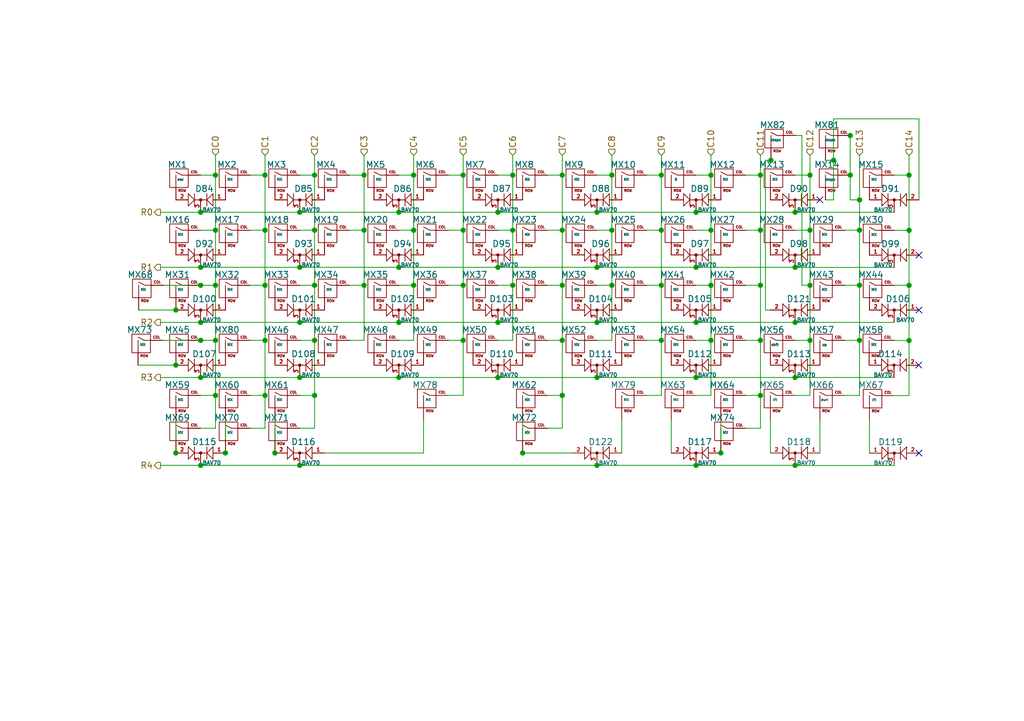
<source format=kicad_sch>
(kicad_sch (version 20230121) (generator eeschema)
  (paper "A5")
  (title_block (title "Switch Matrix") (date "2021-11-01") (rev "1.0") (company "0xCB") (comment 1 "Conor Burns"))
  (junction (at 94.996 58.547))
  (junction (at 163.068 43.561))
  (junction (at 64.516 35.941))
  (junction (at 54.356 35.941))
  (junction (at 135.636 58.547))
  (junction (at 135.636 35.941))
  (junction (at 163.068 77.47))
  (junction (at 102.108 43.561))
  (junction (at 166.116 69.85))
  (junction (at 61.468 66.167))
  (junction (at 176.276 69.85))
  (junction (at 41.148 95.504))
  (junction (at 158.115 32.893))
  (junction (at 155.956 35.941))
  (junction (at 74.676 47.244))
  (junction (at 186.436 47.2694))
  (junction (at 41.148 54.864))
  (junction (at 155.956 81.153))
  (junction (at 105.156 47.244))
  (junction (at 44.196 69.85))
  (junction (at 125.476 58.547))
  (junction (at 122.428 77.47))
  (junction (at 94.996 35.941))
  (junction (at 46.228 92.964))
  (junction (at 54.356 81.153))
  (junction (at 44.196 47.244))
  (junction (at 41.148 43.561))
  (junction (at 94.996 69.85))
  (junction (at 166.116 35.941))
  (junction (at 142.748 43.561))
  (junction (at 145.796 69.85))
  (junction (at 163.068 95.504))
  (junction (at 115.316 47.244))
  (junction (at 74.676 58.547))
  (junction (at 155.956 58.547))
  (junction (at 44.196 81.153))
  (junction (at 107.188 92.964))
  (junction (at 105.156 58.547))
  (junction (at 166.116 47.244))
  (junction (at 84.836 47.244))
  (junction (at 170.942 32.893))
  (junction (at 125.476 35.941))
  (junction (at 81.788 54.864))
  (junction (at 54.356 69.85))
  (junction (at 61.468 95.504))
  (junction (at 163.068 66.167))
  (junction (at 81.788 77.47))
  (junction (at 155.956 47.244))
  (junction (at 84.836 58.547))
  (junction (at 41.148 58.547))
  (junction (at 54.356 47.244))
  (junction (at 41.148 69.85))
  (junction (at 142.748 54.864))
  (junction (at 64.516 47.244))
  (junction (at 61.468 43.561))
  (junction (at 122.428 54.864))
  (junction (at 186.436 58.547))
  (junction (at 186.436 35.941))
  (junction (at 176.276 58.547))
  (junction (at 84.836 35.941))
  (junction (at 61.468 77.47))
  (junction (at 64.516 81.153))
  (junction (at 145.796 47.244))
  (junction (at 125.476 47.244))
  (junction (at 81.788 43.561))
  (junction (at 176.276 41.021))
  (junction (at 145.796 35.941))
  (junction (at 74.676 35.941))
  (junction (at 145.796 58.547))
  (junction (at 44.196 35.941))
  (junction (at 122.428 66.167))
  (junction (at 176.276 47.244))
  (junction (at 122.428 43.561))
  (junction (at 135.636 69.85))
  (junction (at 115.316 69.85))
  (junction (at 174.371 27.813))
  (junction (at 147.828 92.964))
  (junction (at 115.316 81.153))
  (junction (at 102.108 77.47))
  (junction (at 142.748 95.504))
  (junction (at 36.068 63.627))
  (junction (at 122.428 95.504))
  (junction (at 36.068 74.93))
  (junction (at 41.148 66.167))
  (junction (at 163.068 54.864))
  (junction (at 142.748 66.167))
  (junction (at 115.316 35.941))
  (junction (at 64.516 69.85))
  (junction (at 186.436 69.8794))
  (junction (at 102.108 66.167))
  (junction (at 174.371 35.941))
  (junction (at 81.788 66.167))
  (junction (at 166.116 58.547))
  (junction (at 36.068 92.964))
  (junction (at 115.316 58.547))
  (junction (at 64.516 58.547))
  (junction (at 54.356 58.547))
  (junction (at 155.956 69.85))
  (junction (at 105.156 35.941))
  (junction (at 102.108 54.864))
  (junction (at 56.388 92.964))
  (junction (at 94.996 47.244))
  (junction (at 142.748 77.47))
  (junction (at 44.196 58.547))
  (junction (at 135.636 47.244))
  (junction (at 61.468 54.864))
  (junction (at 41.148 77.47))
  (no_connect (at 188.468 92.9894))
  (no_connect (at 168.148 41.021))
  (no_connect (at 188.419 74.93))
  (no_connect (at 188.468 52.3494))
  (no_connect (at 188.468 63.627))
  (wire (pts (xy 170.942 24.384) (xy 188.468 24.384)))
  (wire (pts (xy 115.316 58.547) (xy 115.316 47.244)))
  (wire (pts (xy 176.276 58.547) (xy 173.228 58.547)))
  (wire (pts (xy 94.996 58.547) (xy 94.996 47.244)))
  (wire (pts (xy 132.588 47.244) (xy 135.636 47.244)))
  (wire (pts (xy 152.908 69.85) (xy 155.956 69.85)))
  (wire (pts (xy 105.156 31.877) (xy 105.156 35.941)))
  (wire (pts (xy 74.676 47.244) (xy 74.676 35.941)))
  (wire (pts (xy 64.516 58.547) (xy 64.516 47.244)))
  (wire (pts (xy 152.908 47.244) (xy 155.956 47.244)))
  (wire (pts (xy 81.788 47.244) (xy 84.836 47.244)))
  (wire (pts (xy 74.676 31.877) (xy 74.676 35.941)))
  (wire (pts (xy 81.788 69.85) (xy 84.836 69.85)))
  (wire (pts (xy 81.788 77.47) (xy 61.468 77.47)))
  (wire (pts (xy 94.996 31.877) (xy 94.996 35.941)))
  (wire (pts (xy 61.468 66.167) (xy 81.788 66.167)))
  (wire (pts (xy 41.148 69.85) (xy 44.196 69.85)))
  (wire (pts (xy 94.996 47.244) (xy 94.996 35.941)))
  (wire (pts (xy 122.428 77.47) (xy 102.108 77.47)))
  (wire (pts (xy 74.676 69.85) (xy 74.676 58.547)))
  (wire (pts (xy 137.668 92.964) (xy 137.668 86.233)))
  (wire (pts (xy 54.356 58.547) (xy 54.356 69.85)))
  (wire (pts (xy 105.156 47.244) (xy 105.156 35.941)))
  (wire (pts (xy 51.308 47.244) (xy 54.356 47.244)))
  (wire (pts (xy 105.156 35.941) (xy 102.108 35.941)))
  (wire (pts (xy 145.796 58.547) (xy 142.748 58.547)))
  (wire (pts (xy 44.196 81.153) (xy 41.148 81.153)))
  (wire (pts (xy 102.108 77.47) (xy 81.788 77.47)))
  (wire (pts (xy 64.516 35.941) (xy 61.468 35.941)))
  (wire (pts (xy 183.388 43.561) (xy 163.068 43.561)))
  (wire (pts (xy 176.276 81.153) (xy 173.228 81.153)))
  (wire (pts (xy 186.436 31.9024) (xy 186.436 35.941)))
  (wire (pts (xy 132.588 69.85) (xy 135.636 69.85)))
  (wire (pts (xy 174.371 41.021) (xy 176.276 41.021)))
  (wire (pts (xy 91.948 81.153) (xy 94.996 81.153)))
  (wire (pts (xy 41.148 87.884) (xy 44.196 87.884)))
  (wire (pts (xy 74.676 58.547) (xy 74.676 47.244)))
  (wire (pts (xy 64.516 69.85) (xy 64.516 58.547)))
  (wire (pts (xy 125.476 58.547) (xy 122.428 58.547)))
  (wire (pts (xy 86.868 86.233) (xy 86.868 92.964)))
  (wire (pts (xy 145.796 35.941) (xy 142.748 35.941)))
  (wire (pts (xy 51.308 69.85) (xy 54.356 69.85)))
  (wire (pts (xy 163.068 77.47) (xy 183.339 77.47)))
  (wire (pts (xy 183.388 47.2694) (xy 186.436 47.2694)))
  (wire (pts (xy 164.465 27.813) (xy 164.465 58.547)))
  (wire (pts (xy 51.308 87.884) (xy 54.356 87.884)))
  (wire (pts (xy 44.196 81.153) (xy 44.196 69.85)))
  (wire (pts (xy 145.796 31.877) (xy 145.796 35.941)))
  (wire (pts (xy 125.476 35.941) (xy 122.428 35.941)))
  (wire (pts (xy 169.291 41.021) (xy 170.942 41.021)))
  (wire (pts (xy 166.116 47.244) (xy 166.116 35.941)))
  (wire (pts (xy 127.508 86.233) (xy 127.508 92.964)))
  (wire (pts (xy 173.228 69.85) (xy 176.276 69.85)))
  (wire (pts (xy 81.788 43.561) (xy 102.108 43.561)))
  (wire (pts (xy 32.893 43.561) (xy 41.148 43.561)))
  (wire (pts (xy 41.148 43.561) (xy 61.468 43.561)))
  (wire (pts (xy 61.468 43.561) (xy 81.788 43.561)))
  (wire (pts (xy 102.108 43.561) (xy 122.428 43.561)))
  (wire (pts (xy 122.428 43.561) (xy 142.748 43.561)))
  (wire (pts (xy 142.748 43.561) (xy 163.068 43.561)))
  (wire (pts (xy 44.196 35.941) (xy 41.148 35.941)))
  (wire (pts (xy 44.196 47.244) (xy 44.196 35.941)))
  (wire (pts (xy 41.148 47.244) (xy 44.196 47.244)))
  (wire (pts (xy 54.356 31.877) (xy 54.356 35.941)))
  (wire (pts (xy 64.516 58.547) (xy 61.468 58.547)))
  (wire (pts (xy 28.448 63.627) (xy 36.068 63.627)))
  (wire (pts (xy 33.401 69.85) (xy 41.148 69.85)))
  (wire (pts (xy 155.956 69.85) (xy 155.956 58.547)))
  (wire (pts (xy 64.516 87.884) (xy 64.516 81.153)))
  (wire (pts (xy 71.628 47.244) (xy 74.676 47.244)))
  (wire (pts (xy 158.115 32.893) (xy 156.972 32.893)))
  (wire (pts (xy 145.796 58.547) (xy 145.796 47.244)))
  (wire (pts (xy 155.956 58.547) (xy 155.956 47.244)))
  (wire (pts (xy 135.636 81.153) (xy 135.636 69.85)))
  (wire (pts (xy 186.436 35.941) (xy 183.388 35.941)))
  (wire (pts (xy 105.156 58.547) (xy 102.108 58.547)))
  (wire (pts (xy 54.356 35.941) (xy 51.308 35.941)))
  (wire (pts (xy 54.356 47.244) (xy 54.356 35.941)))
  (wire (pts (xy 174.371 27.813) (xy 174.371 35.941)))
  (wire (pts (xy 28.321 74.93) (xy 36.068 74.93)))
  (wire (pts (xy 188.468 24.384) (xy 188.468 41.021)))
  (wire (pts (xy 86.868 92.964) (xy 66.548 92.964)))
  (wire (pts (xy 166.116 47.244) (xy 166.116 58.547)))
  (wire (pts (xy 176.276 69.85) (xy 176.276 58.547)))
  (wire (pts (xy 115.316 81.153) (xy 115.316 69.85)))
  (wire (pts (xy 176.276 81.153) (xy 176.276 69.85)))
  (wire (pts (xy 145.796 81.153) (xy 142.748 81.153)))
  (wire (pts (xy 145.796 69.85) (xy 145.796 81.153)))
  (wire (pts (xy 186.436 81.1784) (xy 183.388 81.1784)))
  (wire (pts (xy 135.636 35.941) (xy 132.588 35.941)))
  (wire (pts (xy 155.956 81.153) (xy 155.956 69.85)))
  (wire (pts (xy 125.476 58.547) (xy 125.476 47.244)))
  (wire (pts (xy 142.748 77.47) (xy 122.428 77.47)))
  (wire (pts (xy 135.636 31.877) (xy 135.636 35.941)))
  (wire (pts (xy 155.956 35.941) (xy 152.908 35.941)))
  (wire (pts (xy 84.836 35.941) (xy 81.788 35.941)))
  (wire (pts (xy 156.972 32.893) (xy 156.972 63.627)))
  (wire (pts (xy 163.068 69.85) (xy 166.116 69.85)))
  (wire (pts (xy 183.339 69.8794) (xy 183.339 69.85)))
  (wire (pts (xy 186.436 69.8794) (xy 183.339 69.8794)))
  (wire (pts (xy 145.796 69.85) (xy 145.796 58.547)))
  (wire (pts (xy 156.972 63.627) (xy 157.988 63.627)))
  (wire (pts (xy 115.316 69.85) (xy 115.316 58.547)))
  (wire (pts (xy 147.828 92.964) (xy 147.828 86.233)))
  (wire (pts (xy 155.956 87.884) (xy 155.956 81.153)))
  (wire (pts (xy 44.196 58.547) (xy 44.196 69.85)))
  (wire (pts (xy 105.156 69.85) (xy 105.156 58.547)))
  (wire (pts (xy 84.836 31.877) (xy 84.836 35.941)))
  (wire (pts (xy 163.068 54.8894) (xy 163.068 54.864)))
  (wire (pts (xy 183.388 54.8894) (xy 163.068 54.8894)))
  (wire (pts (xy 155.956 31.877) (xy 155.956 35.941)))
  (wire (pts (xy 61.468 69.85) (xy 64.516 69.85)))
  (wire (pts (xy 115.316 81.153) (xy 112.268 81.153)))
  (wire (pts (xy 36.068 86.233) (xy 36.068 92.964)))
  (wire (pts (xy 176.276 41.021) (xy 176.276 47.244)))
  (wire (pts (xy 158.242 32.893) (xy 158.115 32.893)))
  (wire (pts (xy 176.276 58.547) (xy 176.276 47.244)))
  (wire (pts (xy 142.748 66.167) (xy 163.068 66.167)))
  (wire (pts (xy 112.268 47.244) (xy 115.316 47.244)))
  (wire (pts (xy 84.836 58.547) (xy 84.836 47.244)))
  (wire (pts (xy 173.228 47.244) (xy 176.276 47.244)))
  (wire (pts (xy 166.116 35.941) (xy 163.068 35.941)))
  (wire (pts (xy 170.942 32.893) (xy 169.291 32.893)))
  (wire (pts (xy 122.428 95.504) (xy 142.748 95.504)))
  (wire (pts (xy 115.316 58.547) (xy 112.268 58.547)))
  (wire (pts (xy 125.476 69.85) (xy 125.476 58.547)))
  (wire (pts (xy 54.356 81.153) (xy 51.308 81.153)))
  (wire (pts (xy 170.942 41.021) (xy 170.942 32.893)))
  (wire (pts (xy 155.956 81.153) (xy 152.908 81.153)))
  (wire (pts (xy 155.956 47.244) (xy 155.956 35.941)))
  (wire (pts (xy 54.356 58.547) (xy 51.308 58.547)))
  (wire (pts (xy 41.148 58.547) (xy 44.196 58.547)))
  (wire (pts (xy 115.316 35.941) (xy 112.268 35.941)))
  (wire (pts (xy 32.893 66.167) (xy 41.148 66.167)))
  (wire (pts (xy 115.316 31.877) (xy 115.316 35.941)))
  (wire (pts (xy 61.468 95.504) (xy 122.428 95.504)))
  (wire (pts (xy 41.148 95.504) (xy 61.468 95.504)))
  (wire (pts (xy 142.748 95.504) (xy 163.068 95.504)))
  (wire (pts (xy 112.268 87.884) (xy 115.316 87.884)))
  (wire (pts (xy 56.388 92.964) (xy 56.388 86.233)))
  (wire (pts (xy 94.996 58.547) (xy 94.996 69.85)))
  (wire (pts (xy 84.836 69.85) (xy 84.836 58.547)))
  (wire (pts (xy 64.516 47.244) (xy 64.516 35.941)))
  (wire (pts (xy 102.108 69.85) (xy 105.156 69.85)))
  (wire (pts (xy 64.516 81.153) (xy 64.516 69.85)))
  (wire (pts (xy 115.316 87.884) (xy 115.316 81.153)))
  (wire (pts (xy 74.676 58.547) (xy 71.628 58.547)))
  (wire (pts (xy 152.908 87.884) (xy 155.956 87.884)))
  (wire (pts (xy 54.356 58.547) (xy 54.356 47.244)))
  (wire (pts (xy 168.148 92.964) (xy 168.148 86.233)))
  (wire (pts (xy 122.428 47.244) (xy 125.476 47.244)))
  (wire (pts (xy 186.436 58.547) (xy 183.388 58.547)))
  (wire (pts (xy 135.636 58.547) (xy 132.588 58.547)))
  (wire (pts (xy 61.468 47.244) (xy 64.516 47.244)))
  (wire (pts (xy 74.676 35.941) (xy 71.628 35.941)))
  (wire (pts (xy 81.788 66.167) (xy 102.108 66.167)))
  (wire (pts (xy 32.893 95.504) (xy 41.148 95.504)))
  (wire (pts (xy 54.356 87.884) (xy 54.356 81.153)))
  (wire (pts (xy 163.068 66.167) (xy 183.388 66.167)))
  (wire (pts (xy 176.276 31.877) (xy 176.276 41.021)))
  (wire (pts (xy 183.388 95.5294) (xy 163.068 95.5294)))
  (wire (pts (xy 163.068 95.5294) (xy 163.068 95.504)))
  (wire (pts (xy 41.148 66.167) (xy 61.468 66.167)))
  (wire (pts (xy 61.468 54.864) (xy 41.148 54.864)))
  (wire (pts (xy 81.788 54.864) (xy 61.468 54.864)))
  (wire (pts (xy 102.108 54.864) (xy 81.788 54.864)))
  (wire (pts (xy 41.148 54.864) (xy 32.893 54.864)))
  (wire (pts (xy 142.748 54.864) (xy 122.428 54.864)))
  (wire (pts (xy 122.428 54.864) (xy 102.108 54.864)))
  (wire (pts (xy 163.068 54.864) (xy 142.748 54.864)))
  (wire (pts (xy 166.116 31.877) (xy 166.116 35.941)))
  (wire (pts (xy 64.516 31.877) (xy 64.516 35.941)))
  (wire (pts (xy 132.588 81.153) (xy 135.636 81.153)))
  (wire (pts (xy 164.465 27.813) (xy 163.195 27.813)))
  (wire (pts (xy 170.942 32.893) (xy 170.942 24.384)))
  (wire (pts (xy 41.148 77.47) (xy 32.893 77.47)))
  (wire (pts (xy 112.268 69.85) (xy 115.316 69.85)))
  (wire (pts (xy 54.356 69.85) (xy 54.356 81.153)))
  (wire (pts (xy 157.988 92.964) (xy 157.988 86.233)))
  (wire (pts (xy 125.476 47.244) (xy 125.476 35.941)))
  (wire (pts (xy 102.108 66.167) (xy 122.428 66.167)))
  (wire (pts (xy 122.428 66.167) (xy 142.748 66.167)))
  (wire (pts (xy 91.948 69.85) (xy 94.996 69.85)))
  (wire (pts (xy 125.476 31.877) (xy 125.476 35.941)))
  (wire (pts (xy 84.836 47.244) (xy 84.836 35.941)))
  (wire (pts (xy 33.528 58.547) (xy 41.148 58.547)))
  (wire (pts (xy 64.516 81.153) (xy 61.468 81.153)))
  (wire (pts (xy 178.308 86.2584) (xy 178.308 92.9894)))
  (wire (pts (xy 174.371 35.941) (xy 174.371 41.021)))
  (wire (pts (xy 44.196 87.884) (xy 44.196 81.153)))
  (wire (pts (xy 142.748 69.85) (xy 145.796 69.85)))
  (wire (pts (xy 135.636 47.244) (xy 135.636 35.941)))
  (wire (pts (xy 135.636 58.547) (xy 135.636 47.244)))
  (wire (pts (xy 46.228 92.964) (xy 46.228 86.233)))
  (wire (pts (xy 122.428 69.85) (xy 125.476 69.85)))
  (wire (pts (xy 135.636 69.85) (xy 135.636 58.547)))
  (wire (pts (xy 94.996 69.85) (xy 94.996 81.153)))
  (wire (pts (xy 44.196 31.877) (xy 44.196 35.941)))
  (wire (pts (xy 107.188 92.964) (xy 117.348 92.964)))
  (wire (pts (xy 71.628 69.85) (xy 74.676 69.85)))
  (wire (pts (xy 164.465 58.547) (xy 166.116 58.547)))
  (wire (pts (xy 102.108 47.244) (xy 105.156 47.244)))
  (wire (pts (xy 44.196 58.547) (xy 44.196 47.244)))
  (wire (pts (xy 105.156 58.547) (xy 105.156 47.244)))
  (wire (pts (xy 166.116 69.85) (xy 166.116 81.153)))
  (wire (pts (xy 166.116 81.153) (xy 163.068 81.153)))
  (wire (pts (xy 186.436 69.8794) (xy 186.436 81.1784)))
  (wire (pts (xy 186.436 58.547) (xy 186.436 69.8794)))
  (wire (pts (xy 186.436 47.2694) (xy 186.436 58.547)))
  (wire (pts (xy 166.116 58.547) (xy 166.116 69.85)))
  (wire (pts (xy 91.948 47.244) (xy 94.996 47.244)))
  (wire (pts (xy 94.996 58.547) (xy 91.948 58.547)))
  (wire (pts (xy 84.836 58.547) (xy 81.788 58.547)))
  (wire (pts (xy 155.956 58.547) (xy 152.908 58.547)))
  (wire (pts (xy 174.371 27.813) (xy 173.228 27.813)))
  (wire (pts (xy 61.468 87.884) (xy 64.516 87.884)))
  (wire (pts (xy 163.068 77.47) (xy 142.748 77.47)))
  (wire (pts (xy 115.316 47.244) (xy 115.316 35.941)))
  (wire (pts (xy 61.468 77.47) (xy 41.148 77.47)))
  (wire (pts (xy 163.068 47.244) (xy 166.116 47.244)))
  (wire (pts (xy 142.748 47.244) (xy 145.796 47.244)))
  (wire (pts (xy 186.436 35.941) (xy 186.436 47.2694)))
  (wire (pts (xy 107.188 86.233) (xy 107.188 92.964)))
  (wire (pts (xy 94.996 35.941) (xy 91.948 35.941)))
  (wire (pts (xy 145.796 47.244) (xy 145.796 35.941)))
  (hierarchical_label "C11" (shape input) (at 155.956 31.877 90))
  (hierarchical_label "C5" (shape input) (at 94.996 31.877 90))
  (hierarchical_label "R4" (shape output) (at 32.893 95.504 180))
  (hierarchical_label "C13" (shape input) (at 176.276 31.877 90))
  (hierarchical_label "C8" (shape input) (at 125.476 31.877 90))
  (hierarchical_label "C10" (shape input) (at 145.796 31.877 90))
  (hierarchical_label "R1" (shape output) (at 32.893 54.864 180))
  (hierarchical_label "C0" (shape input) (at 44.196 31.877 90))
  (hierarchical_label "C12" (shape input) (at 166.116 31.877 90))
  (hierarchical_label "R0" (shape output) (at 32.893 43.561 180))
  (hierarchical_label "R2" (shape output) (at 32.893 66.167 180))
  (hierarchical_label "C1" (shape input) (at 54.356 31.877 90))
  (hierarchical_label "C14" (shape input) (at 186.436 31.9024 90))
  (hierarchical_label "C7" (shape input) (at 115.316 31.877 90))
  (hierarchical_label "R3" (shape output) (at 32.893 77.47 180))
  (hierarchical_label "C4" (shape input) (at 84.836 31.877 90))
  (hierarchical_label "C3" (shape input) (at 74.676 31.877 90))
  (hierarchical_label "C6" (shape input) (at 105.156 31.877 90))
  (hierarchical_label "C2" (shape input) (at 64.516 31.877 90))
  (hierarchical_label "C9" (shape input) (at 135.636 31.877 90))
  (symbol (lib_id "0xcb:BAV70") (at 163.068 41.021 0) (mirror y) (unit 1)
    (property "Reference" "D90" (at 163.83 38.735 0))
    (property "Value" "BAV70" (at 165.354 43.053 0) (effects (font (size 0.8 0.8))))
    (property "Footprint" "Package_TO_SOT_SMD:SOT-23" (effects hide))
    (property "Datasheet" "https://assets.nexperia.com/documents/data-sheet/BAV70_SER.pdf" (effects hide))
    (property "LCSC" "C2501" (effects hide))
    (property "JLCPCB_CORRECTION" "0; 0; 180" (effects hide))
  )
  (symbol (lib_id "0xcb:BAV70") (at 81.788 74.93 0) (mirror y) (unit 1)
    (property "Reference" "D109" (at 82.55 72.644 0))
    (property "Value" "BAV70" (at 84.074 76.962 0) (effects (font (size 0.8 0.8))))
    (property "Footprint" "Package_TO_SOT_SMD:SOT-23" (effects hide))
    (property "Datasheet" "https://assets.nexperia.com/documents/data-sheet/BAV70_SER.pdf" (effects hide))
    (property "LCSC" "C2501" (effects hide))
    (property "JLCPCB_CORRECTION" "0; 0; 180" (effects hide))
  )
  (symbol (lib_id "0xcb:MX") (at 37.338 47.244 0) (unit 1)
    (property "Reference" "MX16" (at 36.3855 45.085 0))
    (property "Value" "MX" (at 37.0205 48.133 0) (effects (font (size 0.508 0.508))))
    (property "Footprint" "0xcb:SW_Cherry_MX_PCB_1.50u" (effects hide))
    (property "LCSC" "C5156480" (effects hide))
  )
  (symbol (lib_id "0xcb:MX") (at 37.338 69.85 0) (unit 1)
    (property "Reference" "MX45" (at 36.3855 67.691 0))
    (property "Value" "MX" (at 37.0205 70.739 0) (effects (font (size 0.508 0.508))))
    (property "Footprint" "0xcb:SW_Cherry_MX_PCB_2.25u" (effects hide))
    (property "LCSC" "C5156480" (effects hide))
  )
  (symbol (lib_id "0xcb:BAV70") (at 41.148 74.93 0) (mirror y) (unit 1)
    (property "Reference" "D107" (at 41.91 72.644 0))
    (property "Value" "BAV70" (at 43.434 76.962 0) (effects (font (size 0.8 0.8))))
    (property "Footprint" "Package_TO_SOT_SMD:SOT-23" (effects hide))
    (property "Datasheet" "https://assets.nexperia.com/documents/data-sheet/BAV70_SER.pdf" (effects hide))
    (property "LCSC" "C2501" (effects hide))
    (property "JLCPCB_CORRECTION" "0; 0; 180" (effects hide))
  )
  (symbol (lib_id "0xcb:BAV70") (at 102.108 63.627 0) (mirror y) (unit 1)
    (property "Reference" "D103" (at 102.87 61.341 0))
    (property "Value" "BAV70" (at 104.394 65.659 0) (effects (font (size 0.8 0.8))))
    (property "Footprint" "Package_TO_SOT_SMD:SOT-23" (effects hide))
    (property "Datasheet" "https://assets.nexperia.com/documents/data-sheet/BAV70_SER.pdf" (effects hide))
    (property "LCSC" "C2501" (effects hide))
    (property "JLCPCB_CORRECTION" "0; 0; 180" (effects hide))
  )
  (symbol (lib_id "0xcb:MX") (at 179.578 47.2694 0) (unit 1)
    (property "Reference" "MX30" (at 178.6255 45.1104 0))
    (property "Value" "MX" (at 179.2605 48.1584 0) (effects (font (size 0.508 0.508))))
    (property "Footprint" "0xcb:SW_Cherry_MX_PCB_1.00u" (effects hide))
    (property "LCSC" "C5156480" (effects hide))
  )
  (symbol (lib_id "0xcb:BAV70") (at 163.068 74.93 0) (mirror y) (unit 1)
    (property "Reference" "D113" (at 163.83 72.644 0))
    (property "Value" "BAV70" (at 165.354 76.962 0) (effects (font (size 0.8 0.8))))
    (property "Footprint" "Package_TO_SOT_SMD:SOT-23" (effects hide))
    (property "Datasheet" "https://assets.nexperia.com/documents/data-sheet/BAV70_SER.pdf" (effects hide))
    (property "LCSC" "C2501" (effects hide))
    (property "JLCPCB_CORRECTION" "0; 0; 180" (effects hide))
  )
  (symbol (lib_id "0xcb:MX") (at 57.658 69.85 0) (unit 1)
    (property "Reference" "MX46" (at 56.7055 67.691 0))
    (property "Value" "MX" (at 57.3405 70.739 0) (effects (font (size 0.508 0.508))))
    (property "Footprint" "0xcb:SW_Cherry_MX_PCB_1.00u" (effects hide))
    (property "LCSC" "C5156480" (effects hide))
  )
  (symbol (lib_id "0xcb:MX") (at 138.938 58.547 0) (unit 1)
    (property "Reference" "MX41" (at 137.9855 56.388 0))
    (property "Value" "MX" (at 138.6205 59.436 0) (effects (font (size 0.508 0.508))))
    (property "Footprint" "0xcb:SW_Cherry_MX_PCB_1.00u" (effects hide))
    (property "LCSC" "C5156480" (effects hide))
  )
  (symbol (lib_id "0xcb:BAV70") (at 183.339 74.93 0) (unit 1)
    (property "Reference" "D114" (at 182.577 72.644 0))
    (property "Value" "BAV70" (at 181.053 76.962 0) (effects (font (size 0.8 0.8))))
    (property "Footprint" "Package_TO_SOT_SMD:SOT-23" (effects hide))
    (property "Datasheet" "https://assets.nexperia.com/documents/data-sheet/BAV70_SER.pdf" (effects hide))
    (property "LCSC" "C2501" (effects hide))
    (property "JLCPCB_CORRECTION" "0; 0; 180" (effects hide))
  )
  (symbol (lib_id "0xcb:MX") (at 169.418 69.85 0) (unit 1)
    (property "Reference" "MX57" (at 168.4655 67.691 0))
    (property "Value" "up" (at 169.1005 70.739 0) (effects (font (size 0.508 0.508))))
    (property "Footprint" "0xcb:SW_Cherry_MX_PCB_1.00u" (effects hide))
    (property "LCSC" "C5156480" (effects hide))
  )
  (symbol (lib_id "0xcb:MX") (at 37.338 87.884 0) (unit 1)
    (property "Reference" "MX69" (at 36.3855 85.725 0))
    (property "Value" "MX" (at 37.0205 88.773 0) (effects (font (size 0.508 0.508))))
    (property "Footprint" "0xcb:SW_Cherry_MX_PCB_1.50u" (effects hide))
    (property "LCSC" "C5156480" (effects hide))
  )
  (symbol (lib_id "0xcb:MX") (at 88.138 81.153 0) (unit 1)
    (property "Reference" "MX78" (at 87.1855 78.994 0))
    (property "Value" "MX" (at 87.8205 82.042 0) (effects (font (size 0.508 0.508))))
    (property "Footprint" "0xcb:SW_Cherry_MX_PCB_3.00u" (effects hide))
    (property "LCSC" "C5156480" (effects hide))
  )
  (symbol (lib_id "0xcb:MX") (at 57.658 81.153 0) (unit 1)
    (property "Reference" "MX61" (at 56.7055 78.994 0))
    (property "Value" "MX" (at 57.3405 82.042 0) (effects (font (size 0.508 0.508))))
    (property "Footprint" "0xcb:SW_Cherry_MX_PCB_1.25u" (effects hide))
    (property "LCSC" "C5156480" (effects hide))
  )
  (symbol (lib_id "0xcb:MX") (at 47.498 81.153 0) (unit 1)
    (property "Reference" "MX60" (at 46.5455 78.994 0))
    (property "Value" "MX" (at 47.1805 82.042 0) (effects (font (size 0.508 0.508))))
    (property "Footprint" "0xcb:SW_Cherry_MX_PCB_1.25u" (effects hide))
    (property "LCSC" "C5156480" (effects hide))
  )
  (symbol (lib_id "0xcb:BAV70") (at 122.428 92.964 0) (mirror y) (unit 1)
    (property "Reference" "D122" (at 123.19 90.678 0))
    (property "Value" "BAV70" (at 124.714 94.996 0) (effects (font (size 0.8 0.8))))
    (property "Footprint" "Package_TO_SOT_SMD:SOT-23" (effects hide))
    (property "Datasheet" "https://assets.nexperia.com/documents/data-sheet/BAV70_SER.pdf" (effects hide))
    (property "LCSC" "C2501" (effects hide))
    (property "JLCPCB_CORRECTION" "0; 0; 180" (effects hide))
  )
  (symbol (lib_id "0xcb:MX") (at 128.778 58.547 0) (unit 1)
    (property "Reference" "MX40" (at 127.8255 56.388 0))
    (property "Value" "MX" (at 128.4605 59.436 0) (effects (font (size 0.508 0.508))))
    (property "Footprint" "0xcb:SW_Cherry_MX_PCB_1.00u" (effects hide))
    (property "LCSC" "C5156480" (effects hide))
  )
  (symbol (lib_id "0xcb:BAV70") (at 163.068 63.627 0) (mirror y) (unit 1)
    (property "Reference" "D121" (at 163.83 61.341 0))
    (property "Value" "BAV70" (at 165.354 65.659 0) (effects (font (size 0.8 0.8))))
    (property "Footprint" "Package_TO_SOT_SMD:SOT-23" (effects hide))
    (property "Datasheet" "https://assets.nexperia.com/documents/data-sheet/BAV70_SER.pdf" (effects hide))
    (property "LCSC" "C2501" (effects hide))
    (property "JLCPCB_CORRECTION" "0; 0; 180" (effects hide))
  )
  (symbol (lib_id "0xcb:MX") (at 67.818 69.85 0) (unit 1)
    (property "Reference" "MX47" (at 66.8655 67.691 0))
    (property "Value" "MX" (at 67.5005 70.739 0) (effects (font (size 0.508 0.508))))
    (property "Footprint" "0xcb:SW_Cherry_MX_PCB_1.00u" (effects hide))
    (property "LCSC" "C5156480" (effects hide))
  )
  (symbol (lib_id "0xcb:MX") (at 108.458 35.941 0) (unit 1)
    (property "Reference" "MX8" (at 107.5055 33.782 0))
    (property "Value" "MX" (at 108.1405 36.83 0) (effects (font (size 0.508 0.508))))
    (property "Footprint" "0xcb:SW_Cherry_MX_PCB_1.00u" (effects hide))
    (property "LCSC" "C5156480" (effects hide))
  )
  (symbol (lib_id "0xcb:MX") (at 179.578 81.1784 0) (unit 1)
    (property "Reference" "MX67" (at 178.6255 79.0194 0))
    (property "Value" "lft" (at 179.2605 82.0674 0) (effects (font (size 0.508 0.508))))
    (property "Footprint" "0xcb:SW_Cherry_MX_PCB_1.00u" (effects hide))
    (property "LCSC" "C5156480" (effects hide))
  )
  (symbol (lib_id "0xcb:BAV70") (at 61.468 92.964 0) (mirror y) (unit 1)
    (property "Reference" "D116" (at 62.23 90.678 0))
    (property "Value" "BAV70" (at 63.754 94.996 0) (effects (font (size 0.8 0.8))))
    (property "Footprint" "Package_TO_SOT_SMD:SOT-23" (effects hide))
    (property "Datasheet" "https://assets.nexperia.com/documents/data-sheet/BAV70_SER.pdf" (effects hide))
    (property "LCSC" "C2501" (effects hide))
    (property "JLCPCB_CORRECTION" "0; 0; 180" (effects hide))
  )
  (symbol (lib_id "0xcb:MX") (at 57.658 35.941 0) (unit 1)
    (property "Reference" "MX3" (at 56.7055 33.782 0))
    (property "Value" "MX" (at 57.3405 36.83 0) (effects (font (size 0.508 0.508))))
    (property "Footprint" "0xcb:SW_Cherry_MX_PCB_1.00u" (effects hide))
    (property "LCSC" "C5156480" (effects hide))
  )
  (symbol (lib_id "0xcb:BAV70") (at 41.148 52.324 0) (mirror y) (unit 1)
    (property "Reference" "D92" (at 41.91 50.038 0))
    (property "Value" "BAV70" (at 43.434 54.356 0) (effects (font (size 0.8 0.8))))
    (property "Footprint" "Package_TO_SOT_SMD:SOT-23" (effects hide))
    (property "Datasheet" "https://assets.nexperia.com/documents/data-sheet/BAV70_SER.pdf" (effects hide))
    (property "LCSC" "C2501" (effects hide))
    (property "JLCPCB_CORRECTION" "0; 0; 180" (effects hide))
  )
  (symbol (lib_id "0xcb:MX") (at 67.818 58.547 0) (unit 1)
    (property "Reference" "MX34" (at 66.8655 56.388 0))
    (property "Value" "MX" (at 67.5005 59.436 0) (effects (font (size 0.508 0.508))))
    (property "Footprint" "0xcb:SW_Cherry_MX_PCB_1.00u" (effects hide))
    (property "LCSC" "C5156480" (effects hide))
  )
  (symbol (lib_id "0xcb:MX") (at 98.298 35.941 0) (unit 1)
    (property "Reference" "MX7" (at 97.3455 33.782 0))
    (property "Value" "MX" (at 97.9805 36.83 0) (effects (font (size 0.508 0.508))))
    (property "Footprint" "0xcb:SW_Cherry_MX_PCB_1.00u" (effects hide))
    (property "LCSC" "C5156480" (effects hide))
  )
  (symbol (lib_id "0xcb:BAV70") (at 163.068 92.964 0) (mirror y) (unit 1)
    (property "Reference" "D118" (at 163.83 90.678 0))
    (property "Value" "BAV70" (at 165.354 94.996 0) (effects (font (size 0.8 0.8))))
    (property "Footprint" "Package_TO_SOT_SMD:SOT-23" (effects hide))
    (property "Datasheet" "https://assets.nexperia.com/documents/data-sheet/BAV70_SER.pdf" (effects hide))
    (property "LCSC" "C2501" (effects hide))
    (property "JLCPCB_CORRECTION" "0; 0; 180" (effects hide))
  )
  (symbol (lib_id "0xcb:MX") (at 128.778 69.85 0) (unit 1)
    (property "Reference" "MX53" (at 127.8255 67.691 0))
    (property "Value" "MX" (at 128.4605 70.739 0) (effects (font (size 0.508 0.508))))
    (property "Footprint" "0xcb:SW_Cherry_MX_PCB_1.00u" (effects hide))
    (property "LCSC" "C5156480" (effects hide))
  )
  (symbol (lib_id "0xcb:MX") (at 108.458 87.884 0) (unit 1)
    (property "Reference" "MX72" (at 107.5055 85.725 0))
    (property "Value" "MX" (at 108.1405 88.773 0) (effects (font (size 0.508 0.508))))
    (property "Footprint" "0xcb:SW_Cherry_MX_PCB_7.00u" (effects hide))
    (property "LCSC" "C5156480" (effects hide))
  )
  (symbol (lib_id "0xcb:MX") (at 77.978 47.244 0) (unit 1)
    (property "Reference" "MX20" (at 77.0255 45.085 0))
    (property "Value" "MX" (at 77.6605 48.133 0) (effects (font (size 0.508 0.508))))
    (property "Footprint" "0xcb:SW_Cherry_MX_PCB_1.00u" (effects hide))
    (property "LCSC" "C5156480" (effects hide))
  )
  (symbol (lib_id "0xcb:BAV70") (at 142.748 63.627 0) (mirror y) (unit 1)
    (property "Reference" "D105" (at 143.51 61.341 0))
    (property "Value" "BAV70" (at 145.034 65.659 0) (effects (font (size 0.8 0.8))))
    (property "Footprint" "Package_TO_SOT_SMD:SOT-23" (effects hide))
    (property "Datasheet" "https://assets.nexperia.com/documents/data-sheet/BAV70_SER.pdf" (effects hide))
    (property "LCSC" "C2501" (effects hide))
    (property "JLCPCB_CORRECTION" "0; 0; 180" (effects hide))
  )
  (symbol (lib_id "0xcb:MX") (at 37.338 35.941 0) (unit 1)
    (property "Reference" "MX1" (at 36.3855 33.782 0))
    (property "Value" "esc" (at 37.0205 36.83 0) (effects (font (size 0.508 0.508))))
    (property "Footprint" "0xcb:SW_Cherry_MX_PCB_1.00u" (effects hide))
    (property "LCSC" "C5156480" (effects hide))
  )
  (symbol (lib_id "0xcb:MX") (at 159.258 35.941 0) (unit 1)
    (property "Reference" "MX13" (at 158.3055 33.782 0))
    (property "Value" "MX" (at 158.9405 36.83 0) (effects (font (size 0.508 0.508))))
    (property "Footprint" "0xcb:SW_Cherry_MX_PCB_1.00u" (effects hide))
    (property "LCSC" "C5156480" (effects hide))
  )
  (symbol (lib_id "0xcb:BAV70") (at 122.428 74.93 0) (mirror y) (unit 1)
    (property "Reference" "D111" (at 123.19 72.644 0))
    (property "Value" "BAV70" (at 124.714 76.962 0) (effects (font (size 0.8 0.8))))
    (property "Footprint" "Package_TO_SOT_SMD:SOT-23" (effects hide))
    (property "Datasheet" "https://assets.nexperia.com/documents/data-sheet/BAV70_SER.pdf" (effects hide))
    (property "LCSC" "C2501" (effects hide))
    (property "JLCPCB_CORRECTION" "0; 0; 180" (effects hide))
  )
  (symbol (lib_id "0xcb:MX") (at 118.618 47.244 0) (unit 1)
    (property "Reference" "MX24" (at 117.6655 45.085 0))
    (property "Value" "MX" (at 118.3005 48.133 0) (effects (font (size 0.508 0.508))))
    (property "Footprint" "0xcb:SW_Cherry_MX_PCB_1.00u" (effects hide))
    (property "LCSC" "C5156480" (effects hide))
  )
  (symbol (lib_id "0xcb:MX") (at 149.098 58.547 0) (unit 1)
    (property "Reference" "MX42" (at 148.1455 56.388 0))
    (property "Value" "MX" (at 148.7805 59.436 0) (effects (font (size 0.508 0.508))))
    (property "Footprint" "0xcb:SW_Cherry_MX_PCB_1.00u" (effects hide))
    (property "LCSC" "C5156480" (effects hide))
  )
  (symbol (lib_id "0xcb:MX") (at 108.458 69.85 0) (unit 1)
    (property "Reference" "MX51" (at 107.5055 67.691 0))
    (property "Value" "MX" (at 108.1405 70.739 0) (effects (font (size 0.508 0.508))))
    (property "Footprint" "0xcb:SW_Cherry_MX_PCB_1.00u" (effects hide))
    (property "LCSC" "C5156480" (effects hide))
  )
  (symbol (lib_id "0xcb:MX") (at 118.618 35.941 0) (unit 1)
    (property "Reference" "MX9" (at 117.6655 33.782 0))
    (property "Value" "MX" (at 118.3005 36.83 0) (effects (font (size 0.508 0.508))))
    (property "Footprint" "0xcb:SW_Cherry_MX_PCB_1.00u" (effects hide))
    (property "LCSC" "C5156480" (effects hide))
  )
  (symbol (lib_id "0xcb:MX") (at 29.591 69.85 0) (unit 1)
    (property "Reference" "MX73" (at 28.6385 67.691 0))
    (property "Value" "MX" (at 29.2735 70.739 0) (effects (font (size 0.508 0.508))))
    (property "Footprint" "0xcb:SW_Cherry_MX_PCB_1.25u" (effects hide))
    (property "LCSC" "C5156480" (effects hide))
  )
  (symbol (lib_id "0xcb:MX") (at 47.498 87.884 0) (unit 1)
    (property "Reference" "MX70" (at 46.5455 85.725 0))
    (property "Value" "MX" (at 47.1805 88.773 0) (effects (font (size 0.508 0.508))))
    (property "Footprint" "0xcb:SW_Cherry_MX_PCB_1.00u" (effects hide))
    (property "LCSC" "C5156480" (effects hide))
  )
  (symbol (lib_id "0xcb:MX") (at 169.418 81.153 0) (unit 1)
    (property "Reference" "MX66" (at 168.4655 78.994 0))
    (property "Value" "dwn" (at 169.1005 82.042 0) (effects (font (size 0.508 0.508))))
    (property "Footprint" "0xcb:SW_Cherry_MX_PCB_1.00u" (effects hide))
    (property "LCSC" "C5156480" (effects hide))
  )
  (symbol (lib_id "0xcb:MX") (at 98.298 58.547 0) (unit 1)
    (property "Reference" "MX37" (at 97.3455 56.388 0))
    (property "Value" "MX" (at 97.9805 59.436 0) (effects (font (size 0.508 0.508))))
    (property "Footprint" "0xcb:SW_Cherry_MX_PCB_1.00u" (effects hide))
    (property "LCSC" "C5156480" (effects hide))
  )
  (symbol (lib_id "0xcb:MX") (at 57.658 87.884 0) (unit 1)
    (property "Reference" "MX71" (at 56.7055 85.725 0))
    (property "Value" "MX" (at 57.3405 88.773 0) (effects (font (size 0.508 0.508))))
    (property "Footprint" "0xcb:SW_Cherry_MX_PCB_1.50u" (effects hide))
    (property "LCSC" "C5156480" (effects hide))
  )
  (symbol (lib_id "0xcb:MX") (at 77.978 58.547 0) (unit 1)
    (property "Reference" "MX35" (at 77.0255 56.388 0))
    (property "Value" "MX" (at 77.6605 59.436 0) (effects (font (size 0.508 0.508))))
    (property "Footprint" "0xcb:SW_Cherry_MX_PCB_1.00u" (effects hide))
    (property "LCSC" "C5156480" (effects hide))
  )
  (symbol (lib_id "0xcb:BAV70") (at 183.388 52.3494 0) (unit 1)
    (property "Reference" "D99" (at 182.626 50.0634 0))
    (property "Value" "BAV70" (at 181.102 54.3814 0) (effects (font (size 0.8 0.8))))
    (property "Footprint" "Package_TO_SOT_SMD:SOT-23" (effects hide))
    (property "Datasheet" "https://assets.nexperia.com/documents/data-sheet/BAV70_SER.pdf" (effects hide))
    (property "LCSC" "C2501" (effects hide))
    (property "JLCPCB_CORRECTION" "0; 0; 180" (effects hide))
  )
  (symbol (lib_id "0xcb:MX") (at 128.778 81.153 0) (unit 1)
    (property "Reference" "MX79" (at 127.8255 78.994 0))
    (property "Value" "MX" (at 128.4605 82.042 0) (effects (font (size 0.508 0.508))))
    (property "Footprint" "0xcb:SW_Cherry_MX_PCB_3.00u" (effects hide))
    (property "LCSC" "C5156480" (effects hide))
  )
  (symbol (lib_id "0xcb:MX") (at 108.458 81.153 0) (unit 1)
    (property "Reference" "MX62" (at 107.5055 78.994 0))
    (property "Value" "MX" (at 108.1405 82.042 0) (effects (font (size 0.508 0.508))))
    (property "Footprint" "0xcb:SW_Cherry_MX_PCB_6.25u" (effects hide))
    (property "LCSC" "C5156480" (effects hide))
  )
  (symbol (lib_id "0xcb:MX") (at 98.298 47.244 0) (unit 1)
    (property "Reference" "MX22" (at 97.3455 45.085 0))
    (property "Value" "MX" (at 97.9805 48.133 0) (effects (font (size 0.508 0.508))))
    (property "Footprint" "0xcb:SW_Cherry_MX_PCB_1.00u" (effects hide))
    (property "LCSC" "C5156480" (effects hide))
  )
  (symbol (lib_id "0xcb:MX") (at 169.418 58.547 0) (unit 1)
    (property "Reference" "MX43" (at 168.4655 56.388 0))
    (property "Value" "MX" (at 169.1005 59.436 0) (effects (font (size 0.508 0.508))))
    (property "Footprint" "0xcb:SW_Cherry_MX_PCB_2.25u" (effects hide))
    (property "LCSC" "C5156480" (effects hide))
  )
  (symbol (lib_id "0xcb:MX") (at 170.561 35.941 0) (unit 1)
    (property "Reference" "MX14" (at 169.6085 33.782 0))
    (property "Value" "bkspc" (at 170.2435 36.83 0) (effects (font (size 0.508 0.508))))
    (property "Footprint" "0xcb:SW_Cherry_MX_PCB_2.00u" (effects hide))
    (property "LCSC" "C5156480" (effects hide))
  )
  (symbol (lib_id "0xcb:BAV70") (at 61.468 41.021 0) (mirror y) (unit 1)
    (property "Reference" "D85" (at 62.23 38.735 0))
    (property "Value" "BAV70" (at 63.754 43.053 0) (effects (font (size 0.8 0.8))))
    (property "Footprint" "Package_TO_SOT_SMD:SOT-23" (effects hide))
    (property "Datasheet" "https://assets.nexperia.com/documents/data-sheet/BAV70_SER.pdf" (effects hide))
    (property "LCSC" "C2501" (effects hide))
    (property "JLCPCB_CORRECTION" "0; 0; 180" (effects hide))
  )
  (symbol (lib_id "0xcb:BAV70") (at 142.748 92.964 0) (mirror y) (unit 1)
    (property "Reference" "D117" (at 143.51 90.678 0))
    (property "Value" "BAV70" (at 145.034 94.996 0) (effects (font (size 0.8 0.8))))
    (property "Footprint" "Package_TO_SOT_SMD:SOT-23" (effects hide))
    (property "Datasheet" "https://assets.nexperia.com/documents/data-sheet/BAV70_SER.pdf" (effects hide))
    (property "LCSC" "C2501" (effects hide))
    (property "JLCPCB_CORRECTION" "0; 0; 180" (effects hide))
  )
  (symbol (lib_id "0xcb:BAV70") (at 122.428 52.324 0) (mirror y) (unit 1)
    (property "Reference" "D96" (at 123.19 50.038 0))
    (property "Value" "BAV70" (at 124.714 54.356 0) (effects (font (size 0.8 0.8))))
    (property "Footprint" "Package_TO_SOT_SMD:SOT-23" (effects hide))
    (property "Datasheet" "https://assets.nexperia.com/documents/data-sheet/BAV70_SER.pdf" (effects hide))
    (property "LCSC" "C2501" (effects hide))
    (property "JLCPCB_CORRECTION" "0; 0; 180" (effects hide))
  )
  (symbol (lib_id "0xcb:MX") (at 179.578 58.547 0) (unit 1)
    (property "Reference" "MX44" (at 178.6255 56.388 0))
    (property "Value" "MX" (at 179.2605 59.436 0) (effects (font (size 0.508 0.508))))
    (property "Footprint" "0xcb:SW_Cherry_MX_PCB_1.00u" (effects hide))
    (property "LCSC" "C5156480" (effects hide))
  )
  (symbol (lib_id "0xcb:MX") (at 149.098 47.244 0) (unit 1)
    (property "Reference" "MX27" (at 148.1455 45.085 0))
    (property "Value" "MX" (at 148.7805 48.133 0) (effects (font (size 0.508 0.508))))
    (property "Footprint" "0xcb:SW_Cherry_MX_PCB_1.00u" (effects hide))
    (property "LCSC" "C5156480" (effects hide))
  )
  (symbol (lib_id "0xcb:BAV70") (at 102.108 41.021 0) (mirror y) (unit 1)
    (property "Reference" "D87" (at 102.87 38.735 0))
    (property "Value" "BAV70" (at 104.394 43.053 0) (effects (font (size 0.8 0.8))))
    (property "Footprint" "Package_TO_SOT_SMD:SOT-23" (effects hide))
    (property "Datasheet" "https://assets.nexperia.com/documents/data-sheet/BAV70_SER.pdf" (effects hide))
    (property "LCSC" "C2501" (effects hide))
    (property "JLCPCB_CORRECTION" "0; 0; 180" (effects hide))
  )
  (symbol (lib_id "0xcb:MX") (at 67.818 47.244 0) (unit 1)
    (property "Reference" "MX19" (at 66.8655 45.085 0))
    (property "Value" "MX" (at 67.5005 48.133 0) (effects (font (size 0.508 0.508))))
    (property "Footprint" "0xcb:SW_Cherry_MX_PCB_1.00u" (effects hide))
    (property "LCSC" "C5156480" (effects hide))
  )
  (symbol (lib_id "0xcb:MX") (at 108.458 47.244 0) (unit 1)
    (property "Reference" "MX23" (at 107.5055 45.085 0))
    (property "Value" "MX" (at 108.1405 48.133 0) (effects (font (size 0.508 0.508))))
    (property "Footprint" "0xcb:SW_Cherry_MX_PCB_1.00u" (effects hide))
    (property "LCSC" "C5156480" (effects hide))
  )
  (symbol (lib_id "0xcb:MX") (at 159.385 27.813 0) (unit 1)
    (property "Reference" "MX82" (at 158.4325 25.654 0))
    (property "Value" "bkspc" (at 159.0675 28.702 0) (effects (font (size 0.508 0.508))))
    (property "Footprint" "0xcb:SW_Cherry_MX_PCB_1.00u" (effects hide))
    (property "LCSC" "C5156480" (effects hide))
  )
  (symbol (lib_id "0xcb:MX") (at 88.138 58.547 0) (unit 1)
    (property "Reference" "MX36" (at 87.1855 56.388 0))
    (property "Value" "MX" (at 87.8205 59.436 0) (effects (font (size 0.508 0.508))))
    (property "Footprint" "0xcb:SW_Cherry_MX_PCB_1.00u" (effects hide))
    (property "LCSC" "C5156480" (effects hide))
  )
  (symbol (lib_id "0xcb:BAV70") (at 41.148 63.627 0) (mirror y) (unit 1)
    (property "Reference" "D100" (at 41.91 61.341 0))
    (property "Value" "BAV70" (at 43.434 65.659 0) (effects (font (size 0.8 0.8))))
    (property "Footprint" "Package_TO_SOT_SMD:SOT-23" (effects hide))
    (property "Datasheet" "https://assets.nexperia.com/documents/data-sheet/BAV70_SER.pdf" (effects hide))
    (property "LCSC" "C2501" (effects hide))
    (property "JLCPCB_CORRECTION" "0; 0; 180" (effects hide))
  )
  (symbol (lib_id "0xcb:BAV70") (at 102.108 52.324 0) (mirror y) (unit 1)
    (property "Reference" "D95" (at 102.87 50.038 0))
    (property "Value" "BAV70" (at 104.394 54.356 0) (effects (font (size 0.8 0.8))))
    (property "Footprint" "Package_TO_SOT_SMD:SOT-23" (effects hide))
    (property "Datasheet" "https://assets.nexperia.com/documents/data-sheet/BAV70_SER.pdf" (effects hide))
    (property "LCSC" "C2501" (effects hide))
    (property "JLCPCB_CORRECTION" "0; 0; 180" (effects hide))
  )
  (symbol (lib_id "0xcb:MX") (at 138.938 69.85 0) (unit 1)
    (property "Reference" "MX54" (at 137.9855 67.691 0))
    (property "Value" "MX" (at 138.6205 70.739 0) (effects (font (size 0.508 0.508))))
    (property "Footprint" "0xcb:SW_Cherry_MX_PCB_1.00u" (effects hide))
    (property "LCSC" "C5156480" (effects hide))
  )
  (symbol (lib_id "0xcb:MX") (at 179.578 35.941 0) (unit 1)
    (property "Reference" "MX15" (at 178.6255 33.782 0))
    (property "Value" "MX" (at 179.2605 36.83 0) (effects (font (size 0.508 0.508))))
    (property "Footprint" "0xcb:SW_Cherry_MX_PCB_1.00u" (effects hide))
    (property "LCSC" "C5156480" (effects hide))
  )
  (symbol (lib_id "0xcb:MX") (at 98.298 69.85 0) (unit 1)
    (property "Reference" "MX50" (at 97.3455 67.691 0))
    (property "Value" "MX" (at 97.9805 70.739 0) (effects (font (size 0.508 0.508))))
    (property "Footprint" "0xcb:SW_Cherry_MX_PCB_1.00u" (effects hide))
    (property "LCSC" "C5156480" (effects hide))
  )
  (symbol (lib_id "0xcb:MX") (at 128.778 47.244 0) (unit 1)
    (property "Reference" "MX25" (at 127.8255 45.085 0))
    (property "Value" "MX" (at 128.4605 48.133 0) (effects (font (size 0.508 0.508))))
    (property "Footprint" "0xcb:SW_Cherry_MX_PCB_1.00u" (effects hide))
    (property "LCSC" "C5156480" (effects hide))
  )
  (symbol (lib_id "0xcb:MX") (at 149.098 87.884 0) (unit 1)
    (property "Reference" "MX74" (at 148.1455 85.725 0))
    (property "Value" "MX" (at 148.7805 88.773 0) (effects (font (size 0.508 0.508))))
    (property "Footprint" "0xcb:SW_Cherry_MX_PCB_1.50u" (effects hide))
    (property "LCSC" "C5156480" (effects hide))
  )
  (symbol (lib_id "0xcb:MX") (at 47.498 35.941 0) (unit 1)
    (property "Reference" "MX2" (at 46.5455 33.782 0))
    (property "Value" "MX" (at 47.1805 36.83 0) (effects (font (size 0.508 0.508))))
    (property "Footprint" "0xcb:SW_Cherry_MX_PCB_1.00u" (effects hide))
    (property "LCSC" "C5156480" (effects hide))
  )
  (symbol (lib_id "0xcb:BAV70") (at 142.748 41.021 0) (mirror y) (unit 1)
    (property "Reference" "D89" (at 143.51 38.735 0))
    (property "Value" "BAV70" (at 145.034 43.053 0) (effects (font (size 0.8 0.8))))
    (property "Footprint" "Package_TO_SOT_SMD:SOT-23" (effects hide))
    (property "Datasheet" "https://assets.nexperia.com/documents/data-sheet/BAV70_SER.pdf" (effects hide))
    (property "LCSC" "C2501" (effects hide))
    (property "JLCPCB_CORRECTION" "0; 0; 180" (effects hide))
  )
  (symbol (lib_id "0xcb:BAV70") (at 61.468 63.627 0) (mirror y) (unit 1)
    (property "Reference" "D101" (at 62.23 61.341 0))
    (property "Value" "BAV70" (at 63.754 65.659 0) (effects (font (size 0.8 0.8))))
    (property "Footprint" "Package_TO_SOT_SMD:SOT-23" (effects hide))
    (property "Datasheet" "https://assets.nexperia.com/documents/data-sheet/BAV70_SER.pdf" (effects hide))
    (property "LCSC" "C2501" (effects hide))
    (property "JLCPCB_CORRECTION" "0; 0; 180" (effects hide))
  )
  (symbol (lib_id "0xcb:MX") (at 170.561 27.813 0) (unit 1)
    (property "Reference" "MX81" (at 169.6085 25.654 0))
    (property "Value" "bkspc" (at 170.2435 28.702 0) (effects (font (size 0.508 0.508))))
    (property "Footprint" "0xcb:SW_Cherry_MX_PCB_1.00u" (effects hide))
    (property "LCSC" "C5156480" (effects hide))
  )
  (symbol (lib_id "0xcb:BAV70") (at 122.428 63.627 0) (mirror y) (unit 1)
    (property "Reference" "D104" (at 123.19 61.341 0))
    (property "Value" "BAV70" (at 124.714 65.659 0) (effects (font (size 0.8 0.8))))
    (property "Footprint" "Package_TO_SOT_SMD:SOT-23" (effects hide))
    (property "Datasheet" "https://assets.nexperia.com/documents/data-sheet/BAV70_SER.pdf" (effects hide))
    (property "LCSC" "C2501" (effects hide))
    (property "JLCPCB_CORRECTION" "0; 0; 180" (effects hide))
  )
  (symbol (lib_id "0xcb:MX") (at 179.529 69.85 0) (unit 1)
    (property "Reference" "MX58" (at 178.5765 67.691 0))
    (property "Value" "MX" (at 179.2115 70.739 0) (effects (font (size 0.508 0.508))))
    (property "Footprint" "0xcb:SW_Cherry_MX_PCB_1.00u" (effects hide))
    (property "LCSC" "C5156480" (effects hide))
  )
  (symbol (lib_id "0xcb:MX") (at 47.498 69.85 0) (unit 1)
    (property "Reference" "MX80" (at 46.5455 67.691 0))
    (property "Value" "MX" (at 47.1805 70.739 0) (effects (font (size 0.508 0.508))))
    (property "Footprint" "0xcb:SW_Cherry_MX_PCB_1.00u" (effects hide))
    (property "LCSC" "C5156480" (effects hide))
  )
  (symbol (lib_id "0xcb:MX") (at 37.338 58.547 0) (unit 1)
    (property "Reference" "MX31" (at 36.3855 56.388 0))
    (property "Value" "MX" (at 37.0205 59.436 0) (effects (font (size 0.508 0.508))))
    (property "Footprint" "0xcb:SW_Cherry_MX_PCB_1.75u" (effects hide))
    (property "LCSC" "C5156480" (effects hide))
  )
  (symbol (lib_id "0xcb:BAV70") (at 163.068 52.324 0) (mirror y) (unit 1)
    (property "Reference" "D98" (at 163.83 50.038 0))
    (property "Value" "BAV70" (at 165.354 54.356 0) (effects (font (size 0.8 0.8))))
    (property "Footprint" "Package_TO_SOT_SMD:SOT-23" (effects hide))
    (property "Datasheet" "https://assets.nexperia.com/documents/data-sheet/BAV70_SER.pdf" (effects hide))
    (property "LCSC" "C2501" (effects hide))
    (property "JLCPCB_CORRECTION" "0; 0; 180" (effects hide))
  )
  (symbol (lib_id "0xcb:MX") (at 57.658 58.547 0) (unit 1)
    (property "Reference" "MX33" (at 56.7055 56.388 0))
    (property "Value" "MX" (at 57.3405 59.436 0) (effects (font (size 0.508 0.508))))
    (property "Footprint" "0xcb:SW_Cherry_MX_PCB_1.00u" (effects hide))
    (property "LCSC" "C5156480" (effects hide))
  )
  (symbol (lib_id "0xcb:BAV70") (at 41.148 41.021 0) (mirror y) (unit 1)
    (property "Reference" "D84" (at 41.91 38.735 0))
    (property "Value" "BAV70" (at 43.434 43.053 0) (effects (font (size 0.8 0.8))))
    (property "Footprint" "Package_TO_SOT_SMD:SOT-23" (effects hide))
    (property "Datasheet" "https://assets.nexperia.com/documents/data-sheet/BAV70_SER.pdf" (effects hide))
    (property "LCSC" "C2501" (effects hide))
    (property "JLCPCB_CORRECTION" "0; 0; 180" (effects hide))
  )
  (symbol (lib_id "0xcb:MX") (at 128.778 35.941 0) (unit 1)
    (property "Reference" "MX10" (at 127.8255 33.782 0))
    (property "Value" "MX" (at 128.4605 36.83 0) (effects (font (size 0.508 0.508))))
    (property "Footprint" "0xcb:SW_Cherry_MX_PCB_1.00u" (effects hide))
    (property "LCSC" "C5156480" (effects hide))
  )
  (symbol (lib_id "0xcb:MX") (at 77.978 35.941 0) (unit 1)
    (property "Reference" "MX5" (at 77.0255 33.782 0))
    (property "Value" "MX" (at 77.6605 36.83 0) (effects (font (size 0.508 0.508))))
    (property "Footprint" "0xcb:SW_Cherry_MX_PCB_1.00u" (effects hide))
    (property "LCSC" "C5156480" (effects hide))
  )
  (symbol (lib_id "0xcb:MX") (at 138.938 81.153 0) (unit 1)
    (property "Reference" "MX63" (at 137.9855 78.994 0))
    (property "Value" "MX" (at 138.6205 82.042 0) (effects (font (size 0.508 0.508))))
    (property "Footprint" "0xcb:SW_Cherry_MX_PCB_1.25u" (effects hide))
    (property "LCSC" "C5156480" (effects hide))
  )
  (symbol (lib_id "0xcb:MX") (at 47.498 47.244 0) (unit 1)
    (property "Reference" "MX17" (at 46.5455 45.085 0))
    (property "Value" "MX" (at 47.1805 48.133 0) (effects (font (size 0.508 0.508))))
    (property "Footprint" "0xcb:SW_Cherry_MX_PCB_1.00u" (effects hide))
    (property "LCSC" "C5156480" (effects hide))
  )
  (symbol (lib_id "0xcb:MX") (at 169.418 47.244 0) (unit 1)
    (property "Reference" "MX29" (at 168.4655 45.085 0))
    (property "Value" "MX" (at 169.1005 48.133 0) (effects (font (size 0.508 0.508))))
    (property "Footprint" "0xcb:SW_Cherry_MX_PCB_1.50u" (effects hide))
    (property "LCSC" "C5156480" (effects hide))
  )
  (symbol (lib_id "0xcb:MX") (at 88.138 47.244 0) (unit 1)
    (property "Reference" "MX21" (at 87.1855 45.085 0))
    (property "Value" "MX" (at 87.8205 48.133 0) (effects (font (size 0.508 0.508))))
    (property "Footprint" "0xcb:SW_Cherry_MX_PCB_1.00u" (effects hide))
    (property "LCSC" "C5156480" (effects hide))
  )
  (symbol (lib_id "0xcb:MX") (at 37.338 81.153 0) (unit 1)
    (property "Reference" "MX59" (at 36.3855 78.994 0))
    (property "Value" "MX" (at 37.0205 82.042 0) (effects (font (size 0.508 0.508))))
    (property "Footprint" "0xcb:SW_Cherry_MX_PCB_1.25u" (effects hide))
    (property "LCSC" "C5156480" (effects hide))
  )
  (symbol (lib_id "0xcb:MX") (at 149.098 69.85 0) (unit 1)
    (property "Reference" "MX55" (at 148.1455 67.691 0))
    (property "Value" "MX" (at 148.7805 70.739 0) (effects (font (size 0.508 0.508))))
    (property "Footprint" "0xcb:SW_Cherry_MX_PCB_1.00u" (effects hide))
    (property "LCSC" "C5156480" (effects hide))
  )
  (symbol (lib_id "0xcb:MX") (at 138.938 35.941 0) (unit 1)
    (property "Reference" "MX11" (at 137.9855 33.782 0))
    (property "Value" "0" (at 138.6205 36.83 0) (effects (font (size 0.508 0.508))))
    (property "Footprint" "0xcb:SW_Cherry_MX_PCB_1.00u" (effects hide))
    (property "LCSC" "C5156480" (effects hide))
  )
  (symbol (lib_id "0xcb:BAV70") (at 41.148 92.964 0) (mirror y) (unit 1)
    (property "Reference" "D115" (at 41.91 90.678 0))
    (property "Value" "BAV70" (at 43.434 94.996 0) (effects (font (size 0.8 0.8))))
    (property "Footprint" "Package_TO_SOT_SMD:SOT-23" (effects hide))
    (property "Datasheet" "https://assets.nexperia.com/documents/data-sheet/BAV70_SER.pdf" (effects hide))
    (property "LCSC" "C2501" (effects hide))
    (property "JLCPCB_CORRECTION" "0; 0; 180" (effects hide))
  )
  (symbol (lib_id "0xcb:BAV70") (at 81.788 63.627 0) (mirror y) (unit 1)
    (property "Reference" "D102" (at 82.55 61.341 0))
    (property "Value" "BAV70" (at 84.074 65.659 0) (effects (font (size 0.8 0.8))))
    (property "Footprint" "Package_TO_SOT_SMD:SOT-23" (effects hide))
    (property "Datasheet" "https://assets.nexperia.com/documents/data-sheet/BAV70_SER.pdf" (effects hide))
    (property "LCSC" "C2501" (effects hide))
    (property "JLCPCB_CORRECTION" "0; 0; 180" (effects hide))
  )
  (symbol (lib_id "0xcb:MX") (at 138.938 47.244 0) (unit 1)
    (property "Reference" "MX26" (at 137.9855 45.085 0))
    (property "Value" "MX" (at 138.6205 48.133 0) (effects (font (size 0.508 0.508))))
    (property "Footprint" "0xcb:SW_Cherry_MX_PCB_1.00u" (effects hide))
    (property "LCSC" "C5156480" (effects hide))
  )
  (symbol (lib_id "0xcb:MX") (at 159.258 47.244 0) (unit 1)
    (property "Reference" "MX28" (at 158.3055 45.085 0))
    (property "Value" "MX" (at 158.9405 48.133 0) (effects (font (size 0.508 0.508))))
    (property "Footprint" "0xcb:SW_Cherry_MX_PCB_1.00u" (effects hide))
    (property "LCSC" "C5156480" (effects hide))
  )
  (symbol (lib_id "0xcb:BAV70") (at 142.748 52.324 0) (mirror y) (unit 1)
    (property "Reference" "D97" (at 143.51 50.038 0))
    (property "Value" "BAV70" (at 145.034 54.356 0) (effects (font (size 0.8 0.8))))
    (property "Footprint" "Package_TO_SOT_SMD:SOT-23" (effects hide))
    (property "Datasheet" "https://assets.nexperia.com/documents/data-sheet/BAV70_SER.pdf" (effects hide))
    (property "LCSC" "C2501" (effects hide))
    (property "JLCPCB_CORRECTION" "0; 0; 180" (effects hide))
  )
  (symbol (lib_id "0xcb:BAV70") (at 183.388 92.9894 0) (unit 1)
    (property "Reference" "D119" (at 182.626 90.7034 0))
    (property "Value" "BAV70" (at 181.102 95.0214 0) (effects (font (size 0.8 0.8))))
    (property "Footprint" "Package_TO_SOT_SMD:SOT-23" (effects hide))
    (property "Datasheet" "https://assets.nexperia.com/documents/data-sheet/BAV70_SER.pdf" (effects hide))
    (property "LCSC" "C2501" (effects hide))
    (property "JLCPCB_CORRECTION" "0; 0; 180" (effects hide))
  )
  (symbol (lib_id "0xcb:BAV70") (at 81.788 41.021 0) (mirror y) (unit 1)
    (property "Reference" "D86" (at 82.55 38.735 0))
    (property "Value" "BAV70" (at 84.074 43.053 0) (effects (font (size 0.8 0.8))))
    (property "Footprint" "Package_TO_SOT_SMD:SOT-23" (effects hide))
    (property "Datasheet" "https://assets.nexperia.com/documents/data-sheet/BAV70_SER.pdf" (effects hide))
    (property "LCSC" "C2501" (effects hide))
    (property "JLCPCB_CORRECTION" "0; 0; 180" (effects hide))
  )
  (symbol (lib_id "0xcb:MX") (at 88.138 35.941 0) (unit 1)
    (property "Reference" "MX6" (at 87.1855 33.782 0))
    (property "Value" "MX" (at 87.8205 36.83 0) (effects (font (size 0.508 0.508))))
    (property "Footprint" "0xcb:SW_Cherry_MX_PCB_1.00u" (effects hide))
    (property "LCSC" "C5156480" (effects hide))
  )
  (symbol (lib_id "0xcb:MX") (at 149.098 81.153 0) (unit 1)
    (property "Reference" "MX64" (at 148.1455 78.994 0))
    (property "Value" "MX" (at 148.7805 82.042 0) (effects (font (size 0.508 0.508))))
    (property "Footprint" "0xcb:SW_Cherry_MX_PCB_1.25u" (effects hide))
    (property "LCSC" "C5156480" (effects hide))
  )
  (symbol (lib_id "0xcb:BAV70") (at 61.468 74.93 0) (mirror y) (unit 1)
    (property "Reference" "D108" (at 62.23 72.644 0))
    (property "Value" "BAV70" (at 63.754 76.962 0) (effects (font (size 0.8 0.8))))
    (property "Footprint" "Package_TO_SOT_SMD:SOT-23" (effects hide))
    (property "Datasheet" "https://assets.nexperia.com/documents/data-sheet/BAV70_SER.pdf" (effects hide))
    (property "LCSC" "C2501" (effects hide))
    (property "JLCPCB_CORRECTION" "0; 0; 180" (effects hide))
  )
  (symbol (lib_id "0xcb:BAV70") (at 142.748 74.93 0) (mirror y) (unit 1)
    (property "Reference" "D112" (at 143.51 72.644 0))
    (property "Value" "BAV70" (at 145.034 76.962 0) (effects (font (size 0.8 0.8))))
    (property "Footprint" "Package_TO_SOT_SMD:SOT-23" (effects hide))
    (property "Datasheet" "https://assets.nexperia.com/documents/data-sheet/BAV70_SER.pdf" (effects hide))
    (property "LCSC" "C2501" (effects hide))
    (property "JLCPCB_CORRECTION" "0; 0; 180" (effects hide))
  )
  (symbol (lib_id "0xcb:MX") (at 118.618 58.547 0) (unit 1)
    (property "Reference" "MX39" (at 117.6655 56.388 0))
    (property "Value" "MX" (at 118.3005 59.436 0) (effects (font (size 0.508 0.508))))
    (property "Footprint" "0xcb:SW_Cherry_MX_PCB_1.00u" (effects hide))
    (property "LCSC" "C5156480" (effects hide))
  )
  (symbol (lib_id "0xcb:MX") (at 77.978 69.85 0) (unit 1)
    (property "Reference" "MX48" (at 77.0255 67.691 0))
    (property "Value" "MX" (at 77.6605 70.739 0) (effects (font (size 0.508 0.508))))
    (property "Footprint" "0xcb:SW_Cherry_MX_PCB_1.00u" (effects hide))
    (property "LCSC" "C5156480" (effects hide))
  )
  (symbol (lib_id "0xcb:MX") (at 159.258 69.85 0) (unit 1)
    (property "Reference" "MX56" (at 158.3055 67.691 0))
    (property "Value" "shft" (at 158.9405 70.739 0) (effects (font (size 0.508 0.508))))
    (property "Footprint" "0xcb:SW_Cherry_MX_PCB_1.75u" (effects hide))
    (property "LCSC" "C5156480" (effects hide))
  )
  (symbol (lib_id "0xcb:MX") (at 57.658 47.244 0) (unit 1)
    (property "Reference" "MX18" (at 56.7055 45.085 0))
    (property "Value" "MX" (at 57.3405 48.133 0) (effects (font (size 0.508 0.508))))
    (property "Footprint" "0xcb:SW_Cherry_MX_PCB_1.00u" (effects hide))
    (property "LCSC" "C5156480" (effects hide))
  )
  (symbol (lib_id "0xcb:MX") (at 159.258 81.153 0) (unit 1)
    (property "Reference" "MX65" (at 158.3055 78.994 0))
    (property "Value" "lft" (at 158.9405 82.042 0) (effects (font (size 0.508 0.508))))
    (property "Footprint" "0xcb:SW_Cherry_MX_PCB_1.00u" (effects hide))
    (property "LCSC" "C5156480" (effects hide))
  )
  (symbol (lib_id "0xcb:MX") (at 67.818 35.941 0) (unit 1)
    (property "Reference" "MX4" (at 66.8655 33.782 0))
    (property "Value" "MX" (at 67.5005 36.83 0) (effects (font (size 0.508 0.508))))
    (property "Footprint" "0xcb:SW_Cherry_MX_PCB_1.00u" (effects hide))
    (property "LCSC" "C5156480" (effects hide))
  )
  (symbol (lib_id "0xcb:BAV70") (at 102.108 74.93 0) (mirror y) (unit 1)
    (property "Reference" "D110" (at 102.87 72.644 0))
    (property "Value" "BAV70" (at 104.394 76.962 0) (effects (font (size 0.8 0.8))))
    (property "Footprint" "Package_TO_SOT_SMD:SOT-23" (effects hide))
    (property "Datasheet" "https://assets.nexperia.com/documents/data-sheet/BAV70_SER.pdf" (effects hide))
    (property "LCSC" "C2501" (effects hide))
    (property "JLCPCB_CORRECTION" "0; 0; 180" (effects hide))
  )
  (symbol (lib_id "0xcb:BAV70") (at 183.388 63.627 0) (mirror y) (unit 1)
    (property "Reference" "D106" (at 184.15 61.341 0))
    (property "Value" "BAV70" (at 185.674 65.659 0) (effects (font (size 0.8 0.8))))
    (property "Footprint" "Package_TO_SOT_SMD:SOT-23" (effects hide))
    (property "Datasheet" "https://assets.nexperia.com/documents/data-sheet/BAV70_SER.pdf" (effects hide))
    (property "LCSC" "C2501" (effects hide))
    (property "JLCPCB_CORRECTION" "0; 0; 180" (effects hide))
  )
  (symbol (lib_id "0xcb:BAV70") (at 61.468 52.324 0) (mirror y) (unit 1)
    (property "Reference" "D93" (at 62.23 50.038 0))
    (property "Value" "BAV70" (at 63.754 54.356 0) (effects (font (size 0.8 0.8))))
    (property "Footprint" "Package_TO_SOT_SMD:SOT-23" (effects hide))
    (property "Datasheet" "https://assets.nexperia.com/documents/data-sheet/BAV70_SER.pdf" (effects hide))
    (property "LCSC" "C2501" (effects hide))
    (property "JLCPCB_CORRECTION" "0; 0; 180" (effects hide))
  )
  (symbol (lib_id "0xcb:BAV70") (at 122.428 41.021 0) (mirror y) (unit 1)
    (property "Reference" "D88" (at 123.19 38.735 0))
    (property "Value" "BAV70" (at 124.714 43.053 0) (effects (font (size 0.8 0.8))))
    (property "Footprint" "Package_TO_SOT_SMD:SOT-23" (effects hide))
    (property "Datasheet" "https://assets.nexperia.com/documents/data-sheet/BAV70_SER.pdf" (effects hide))
    (property "LCSC" "C2501" (effects hide))
    (property "JLCPCB_CORRECTION" "0; 0; 180" (effects hide))
  )
  (symbol (lib_id "0xcb:MX") (at 108.458 58.547 0) (unit 1)
    (property "Reference" "MX38" (at 107.5055 56.388 0))
    (property "Value" "MX" (at 108.1405 59.436 0) (effects (font (size 0.508 0.508))))
    (property "Footprint" "0xcb:SW_Cherry_MX_PCB_1.00u" (effects hide))
    (property "LCSC" "C5156480" (effects hide))
  )
  (symbol (lib_id "0xcb:BAV70") (at 81.788 52.324 0) (mirror y) (unit 1)
    (property "Reference" "D94" (at 82.55 50.038 0))
    (property "Value" "BAV70" (at 84.074 54.356 0) (effects (font (size 0.8 0.8))))
    (property "Footprint" "Package_TO_SOT_SMD:SOT-23" (effects hide))
    (property "Datasheet" "https://assets.nexperia.com/documents/data-sheet/BAV70_SER.pdf" (effects hide))
    (property "LCSC" "C2501" (effects hide))
    (property "JLCPCB_CORRECTION" "0; 0; 180" (effects hide))
  )
  (symbol (lib_id "0xcb:BAV70") (at 183.388 41.021 0) (unit 1)
    (property "Reference" "D91" (at 182.626 38.735 0))
    (property "Value" "BAV70" (at 181.102 43.053 0) (effects (font (size 0.8 0.8))))
    (property "Footprint" "Package_TO_SOT_SMD:SOT-23" (effects hide))
    (property "Datasheet" "https://assets.nexperia.com/documents/data-sheet/BAV70_SER.pdf" (effects hide))
    (property "LCSC" "C2501" (effects hide))
    (property "JLCPCB_CORRECTION" "0; 0; 180" (effects hide))
  )
  (symbol (lib_id "0xcb:MX") (at 88.138 69.85 0) (unit 1)
    (property "Reference" "MX49" (at 87.1855 67.691 0))
    (property "Value" "MX" (at 87.8205 70.739 0) (effects (font (size 0.508 0.508))))
    (property "Footprint" "0xcb:SW_Cherry_MX_PCB_1.00u" (effects hide))
    (property "LCSC" "C5156480" (effects hide))
  )
  (symbol (lib_id "0xcb:MX") (at 149.098 35.941 0) (unit 1)
    (property "Reference" "MX12" (at 148.1455 33.782 0))
    (property "Value" "MX" (at 148.7805 36.83 0) (effects (font (size 0.508 0.508))))
    (property "Footprint" "0xcb:SW_Cherry_MX_PCB_1.00u" (effects hide))
    (property "LCSC" "C5156480" (effects hide))
  )
  (symbol (lib_id "0xcb:MX") (at 29.718 58.547 0) (unit 1)
    (property "Reference" "MX68" (at 28.7655 56.388 0))
    (property "Value" "MX" (at 29.4005 59.436 0) (effects (font (size 0.508 0.508))))
    (property "Footprint" "0xcb:SW_Cherry_MX_PCB_1.00u" (effects hide))
    (property "LCSC" "C5156480" (effects hide))
  )
  (symbol (lib_id "0xcb:MX") (at 47.498 58.547 0) (unit 1)
    (property "Reference" "MX32" (at 46.5455 56.388 0))
    (property "Value" "MX" (at 47.1805 59.436 0) (effects (font (size 0.508 0.508))))
    (property "Footprint" "0xcb:SW_Cherry_MX_PCB_1.00u" (effects hide))
    (property "LCSC" "C5156480" (effects hide))
  )
  (symbol (lib_id "0xcb:MX") (at 118.618 69.85 0) (unit 1)
    (property "Reference" "MX52" (at 117.6655 67.691 0))
    (property "Value" "MX" (at 118.3005 70.739 0) (effects (font (size 0.508 0.508))))
    (property "Footprint" "0xcb:SW_Cherry_MX_PCB_1.00u" (effects hide))
    (property "LCSC" "C5156480" (effects hide))
  )
)
</source>
